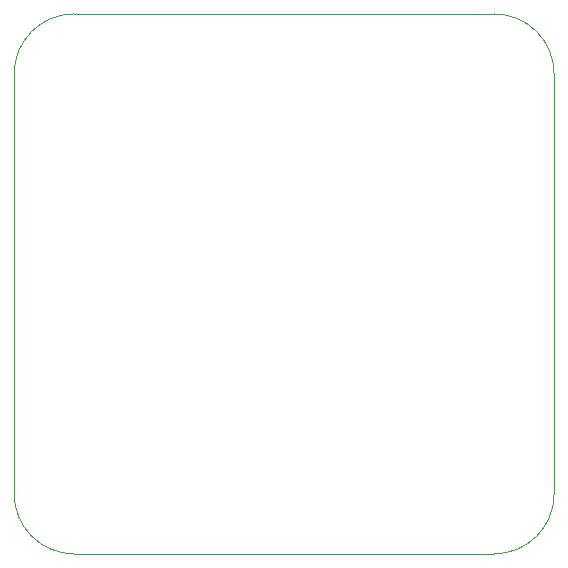
<source format=gm1>
%TF.GenerationSoftware,KiCad,Pcbnew,7.0.8*%
%TF.CreationDate,2024-04-14T13:38:30-04:00*%
%TF.ProjectId,vibBoard,76696242-6f61-4726-942e-6b696361645f,rev?*%
%TF.SameCoordinates,Original*%
%TF.FileFunction,Profile,NP*%
%FSLAX46Y46*%
G04 Gerber Fmt 4.6, Leading zero omitted, Abs format (unit mm)*
G04 Created by KiCad (PCBNEW 7.0.8) date 2024-04-14 13:38:30*
%MOMM*%
%LPD*%
G01*
G04 APERTURE LIST*
%TA.AperFunction,Profile*%
%ADD10C,0.100000*%
%TD*%
G04 APERTURE END LIST*
D10*
X173990000Y-133350000D02*
X173990000Y-97790000D01*
X168910000Y-138430000D02*
X133350000Y-138430000D01*
X173990000Y-97790000D02*
G75*
G03*
X168910000Y-92710000I-5080000J0D01*
G01*
X133350000Y-92710000D02*
X168910000Y-92710000D01*
X168910000Y-138430000D02*
G75*
G03*
X173990000Y-133350000I0J5080000D01*
G01*
X133350000Y-92710000D02*
G75*
G03*
X128270000Y-97790000I0J-5080000D01*
G01*
X128270000Y-133350000D02*
X128270000Y-97790000D01*
X128270000Y-133350000D02*
G75*
G03*
X133350000Y-138430000I5080000J0D01*
G01*
M02*

</source>
